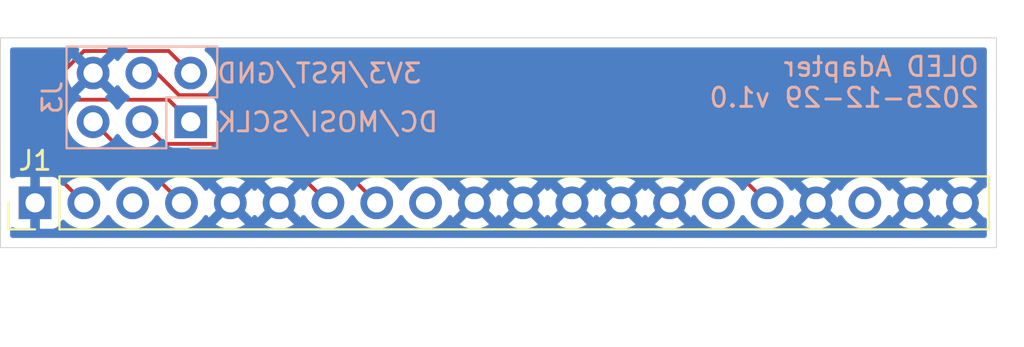
<source format=kicad_pcb>
(kicad_pcb (version 20241229) (generator "pcbnew") (generator_version "9.0")
  (layers (0 "F.Cu" signal) (2 "B.Cu" signal) (13 "F.Paste" user) (15 "B.Paste" user) (5 "F.SilkS" user "F.Silkscreen") (7 "B.SilkS" user "B.Silkscreen") (1 "F.Mask" user) (3 "B.Mask" user) (25 "Edge.Cuts" user))
  (net 0 "")
  (net 1 "/DC")
  (net 2 "GND")
  (net 3 "/MOSI")
  (net 4 "/~RESET")
  (net 5 "/SCLK")
  (net 9 "+3V3")
  (footprint "Connector_PinHeader_2.54mm:PinHeader_1x20_P2.54mm_Vertical" (layer "F.Cu") (at 96.1 102 90)
    (property "Reference" "J1" (at 2.2 0 0) (layer "F.SilkS"))
    (property "Value" "Conn_01x20_Socket")
    (fp_line (start -1.38 -1.38) (end 0 -1.38) (stroke (width 0.12)) (layer "F.SilkS"))
    (fp_line (start -1.38 0) (end -1.38 -1.38) (stroke (width 0.12)) (layer "F.SilkS"))
    (fp_line (start 1.38 1.27) (end 1.38 49.64) (stroke (width 0.12)) (layer "F.SilkS"))
    (fp_line (start -1.38 1.27) (end 1.38 1.27) (stroke (width 0.12)) (layer "F.SilkS"))
    (fp_line (start -1.38 1.27) (end -1.38 49.64) (stroke (width 0.12)) (layer "F.SilkS"))
    (fp_line (start -1.38 49.64) (end 1.38 49.64) (stroke (width 0.12)) (layer "F.SilkS"))
    (pad "1" thru_hole rect (at 0 0 90) (size 1.7 1.7) (drill 1) (layers "*.Cu" "*.Mask") (net 2 "GND"))
    (pad "2" thru_hole circle (at 0 2.54 90) (size 1.7 1.7) (drill 1) (layers "*.Cu" "*.Mask") (net 9 "+3V3"))
    (pad "3" thru_hole circle (at 0 5.08 90) (size 1.7 1.7) (drill 1) (layers "*.Cu" "*.Mask"))
    (pad "4" thru_hole circle (at 0 7.62 90) (size 1.7 1.7) (drill 1) (layers "*.Cu" "*.Mask") (net 1 "/DC"))
    (pad "5" thru_hole circle (at 0 10.16 90) (size 1.7 1.7) (drill 1) (layers "*.Cu" "*.Mask") (net 2 "GND"))
    (pad "6" thru_hole circle (at 0 12.7 90) (size 1.7 1.7) (drill 1) (layers "*.Cu" "*.Mask") (net 2 "GND"))
    (pad "7" thru_hole circle (at 0 15.24 90) (size 1.7 1.7) (drill 1) (layers "*.Cu" "*.Mask") (net 5 "/SCLK"))
    (pad "8" thru_hole circle (at 0 17.78 90) (size 1.7 1.7) (drill 1) (layers "*.Cu" "*.Mask") (net 3 "/MOSI"))
    (pad "9" thru_hole circle (at 0 20.32 90) (size 1.7 1.7) (drill 1) (layers "*.Cu" "*.Mask"))
    (pad "10" thru_hole circle (at 0 22.86 90) (size 1.7 1.7) (drill 1) (layers "*.Cu" "*.Mask") (net 2 "GND"))
    (pad "11" thru_hole circle (at 0 25.4 90) (size 1.7 1.7) (drill 1) (layers "*.Cu" "*.Mask") (net 2 "GND"))
    (pad "12" thru_hole circle (at 0 27.94 90) (size 1.7 1.7) (drill 1) (layers "*.Cu" "*.Mask") (net 2 "GND"))
    (pad "13" thru_hole circle (at 0 30.48 90) (size 1.7 1.7) (drill 1) (layers "*.Cu" "*.Mask") (net 2 "GND"))
    (pad "14" thru_hole circle (at 0 33.02 90) (size 1.7 1.7) (drill 1) (layers "*.Cu" "*.Mask") (net 2 "GND"))
    (pad "15" thru_hole circle (at 0 35.56 90) (size 1.7 1.7) (drill 1) (layers "*.Cu" "*.Mask"))
    (pad "16" thru_hole circle (at 0 38.1 90) (size 1.7 1.7) (drill 1) (layers "*.Cu" "*.Mask") (net 4 "/~RESET"))
    (pad "17" thru_hole circle (at 0 40.64 90) (size 1.7 1.7) (drill 1) (layers "*.Cu" "*.Mask") (net 2 "GND"))
    (pad "18" thru_hole circle (at 0 43.18 90) (size 1.7 1.7) (drill 1) (layers "*.Cu" "*.Mask"))
    (pad "19" thru_hole circle (at 0 45.72 90) (size 1.7 1.7) (drill 1) (layers "*.Cu" "*.Mask") (net 2 "GND"))
    (pad "20" thru_hole circle (at 0 48.26 90) (size 1.7 1.7) (drill 1) (layers "*.Cu" "*.Mask") (net 2 "GND"))
  )
  (footprint "Connector_PinHeader_2.54mm:PinHeader_2x03_P2.54mm_Vertical" (layer "B.Cu") (at 104.2 97.775 90)
    (property "Reference" "J3" (at 1.27 -7.2 90) (layer "B.SilkS") (effects (justify mirror)))
    (property "Value" "OLED Display")
    (fp_line (start -1.38 -6.46) (end 3.92 -6.46) (stroke (width 0.12)) (layer "B.SilkS"))
    (fp_line (start 1.27 -1.27) (end 1.27 1.38) (stroke (width 0.12)) (layer "B.SilkS"))
    (fp_line (start -1.38 -1.27) (end -1.38 -6.46) (stroke (width 0.12)) (layer "B.SilkS"))
    (fp_line (start -1.38 -1.27) (end 1.27 -1.27) (stroke (width 0.12)) (layer "B.SilkS"))
    (fp_line (start -1.38 0) (end -1.38 1.38) (stroke (width 0.12)) (layer "B.SilkS"))
    (fp_line (start 3.92 1.38) (end 3.92 -6.46) (stroke (width 0.12)) (layer "B.SilkS"))
    (fp_line (start 1.27 1.38) (end 3.92 1.38) (stroke (width 0.12)) (layer "B.SilkS"))
    (fp_line (start -1.38 1.38) (end 0 1.38) (stroke (width 0.12)) (layer "B.SilkS"))
    (pad "1" thru_hole rect (at 0 0 90) (size 1.7 1.7) (drill 1) (layers "*.Cu" "*.Mask") (net 1 "/DC"))
    (pad "2" thru_hole circle (at 2.54 0 90) (size 1.7 1.7) (drill 1) (layers "*.Cu" "*.Mask") (net 9 "+3V3"))
    (pad "3" thru_hole circle (at 0 -2.54 90) (size 1.7 1.7) (drill 1) (layers "*.Cu" "*.Mask") (net 3 "/MOSI"))
    (pad "4" thru_hole circle (at 2.54 -2.54 90) (size 1.7 1.7) (drill 1) (layers "*.Cu" "*.Mask") (net 4 "/~RESET"))
    (pad "5" thru_hole circle (at 0 -5.08 90) (size 1.7 1.7) (drill 1) (layers "*.Cu" "*.Mask") (net 5 "/SCLK"))
    (pad "6" thru_hole circle (at 2.54 -5.08 90) (size 1.7 1.7) (drill 1) (layers "*.Cu" "*.Mask") (net 2 "GND"))
  )
  (gr_rect (start 94.3 93.4) (end 146.13 104.33) (stroke (width 0.05)) (fill no) (layer "Edge.Cuts"))
  (gr_text "3V3/RST/GND" (at 116.3 95.83675 0) (layer "B.SilkS") (effects (font (size 1 1)) (justify left bottom mirror)))
  (gr_text "OLED Adapter\n2025-12-29 v1.0" (at 145.3 97.1 0) (layer "B.SilkS") (effects (font (size 1 1)) (justify left bottom mirror)))
  (gr_text "DC/MOSI/SCLK" (at 117.157142 98.37675 0) (layer "B.SilkS") (effects (font (size 1 1)) (justify left bottom mirror)))
  (segment (start 97.5 99.1) (end 98.2 99.8) (width 0.2) (layer "F.Cu") (net 1))
  (segment (start 97.676 96.624) (end 97.5 96.8) (width 0.2) (layer "F.Cu") (net 1))
  (segment (start 101.52 99.8) (end 103.72 102) (width 0.2) (layer "F.Cu") (net 1))
  (segment (start 97.5 96.8) (end 97.5 99.1) (width 0.2) (layer "F.Cu") (net 1))
  (segment (start 104.2 97.775) (end 103.049 96.624) (width 0.2) (layer "F.Cu") (net 1))
  (segment (start 98.2 99.8) (end 101.52 99.8) (width 0.2) (layer "F.Cu") (net 1))
  (segment (start 103.049 96.624) (end 97.676 96.624) (width 0.2) (layer "F.Cu") (net 1))
  (segment (start 110.806 98.926) (end 113.88 102) (width 0.2) (layer "F.Cu") (net 3))
  (segment (start 102.811 98.926) (end 110.806 98.926) (width 0.2) (layer "F.Cu") (net 3))
  (segment (start 101.66 97.775) (end 102.811 98.926) (width 0.2) (layer "F.Cu") (net 3))
  (segment (start 109.186 96.386) (end 113 100.2) (width 0.2) (layer "F.Cu") (net 4))
  (segment (start 132.4 100.2) (end 134.2 102) (width 0.2) (layer "F.Cu") (net 4))
  (segment (start 102.435 95.235) (end 103.586 96.386) (width 0.2) (layer "F.Cu") (net 4))
  (segment (start 113 100.2) (end 132.4 100.2) (width 0.2) (layer "F.Cu") (net 4))
  (segment (start 101.66 95.235) (end 102.435 95.235) (width 0.2) (layer "F.Cu") (net 4))
  (segment (start 103.586 96.386) (end 109.186 96.386) (width 0.2) (layer "F.Cu") (net 4))
  (segment (start 108.74 99.4) (end 111.34 102) (width 0.2) (layer "F.Cu") (net 5))
  (segment (start 99.12 97.775) (end 100.745 99.4) (width 0.2) (layer "F.Cu") (net 5))
  (segment (start 100.745 99.4) (end 108.74 99.4) (width 0.2) (layer "F.Cu") (net 5))
  (segment (start 96.8 95.92724) (end 96.8 100.16) (width 0.2) (layer "F.Cu") (net 9))
  (segment (start 103.049 94.084) (end 98.64324 94.084) (width 0.2) (layer "F.Cu") (net 9))
  (segment (start 96.8 100.16) (end 98.64 102) (width 0.2) (layer "F.Cu") (net 9))
  (segment (start 98.64324 94.084) (end 96.8 95.92724) (width 0.2) (layer "F.Cu") (net 9))
  (segment (start 104.2 95.235) (end 103.049 94.084) (width 0.2) (layer "F.Cu") (net 9))
  (zone (net 2) (net_name "GND") (layer "B.Cu") (connect_pads (clearance 0.5)) (min_thickness 0.25) (fill yes (thermal_gap 0.5) (thermal_bridge_width 0.5))
    (polygon (pts (xy 94.3 93.4) (xy 146.13 93.4) (xy 146.13 104.3) (xy 94.3 104.3) (xy 94.3 104.3)))
  )
)
</source>
